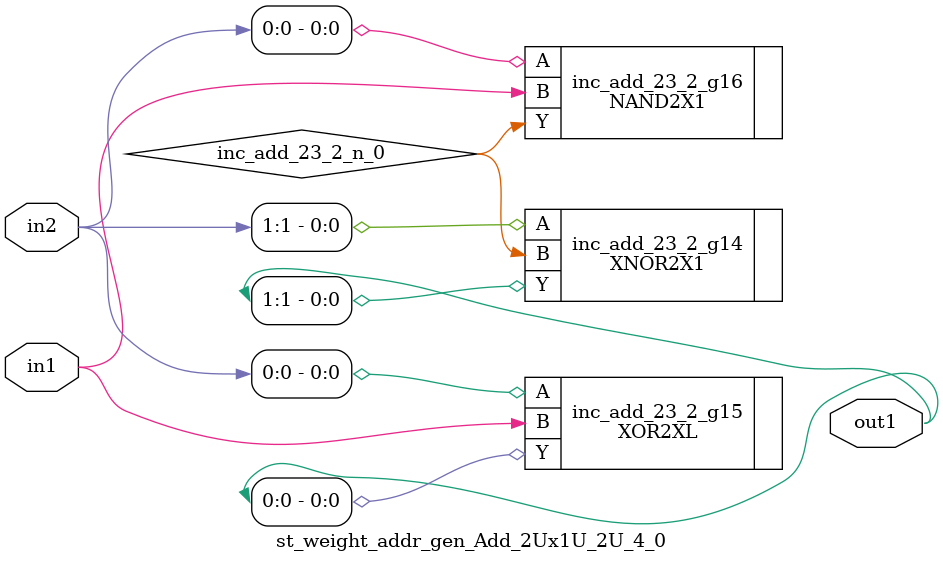
<source format=v>
`timescale 1ps / 1ps


module st_weight_addr_gen_Add_2Ux1U_2U_4_0(in2, in1, out1);
  input [1:0] in2;
  input in1;
  output [1:0] out1;
  wire [1:0] in2;
  wire in1;
  wire [1:0] out1;
  wire inc_add_23_2_n_0;
  XNOR2X1 inc_add_23_2_g14(.A (in2[1]), .B (inc_add_23_2_n_0), .Y
       (out1[1]));
  XOR2XL inc_add_23_2_g15(.A (in2[0]), .B (in1), .Y (out1[0]));
  NAND2X1 inc_add_23_2_g16(.A (in2[0]), .B (in1), .Y
       (inc_add_23_2_n_0));
endmodule



</source>
